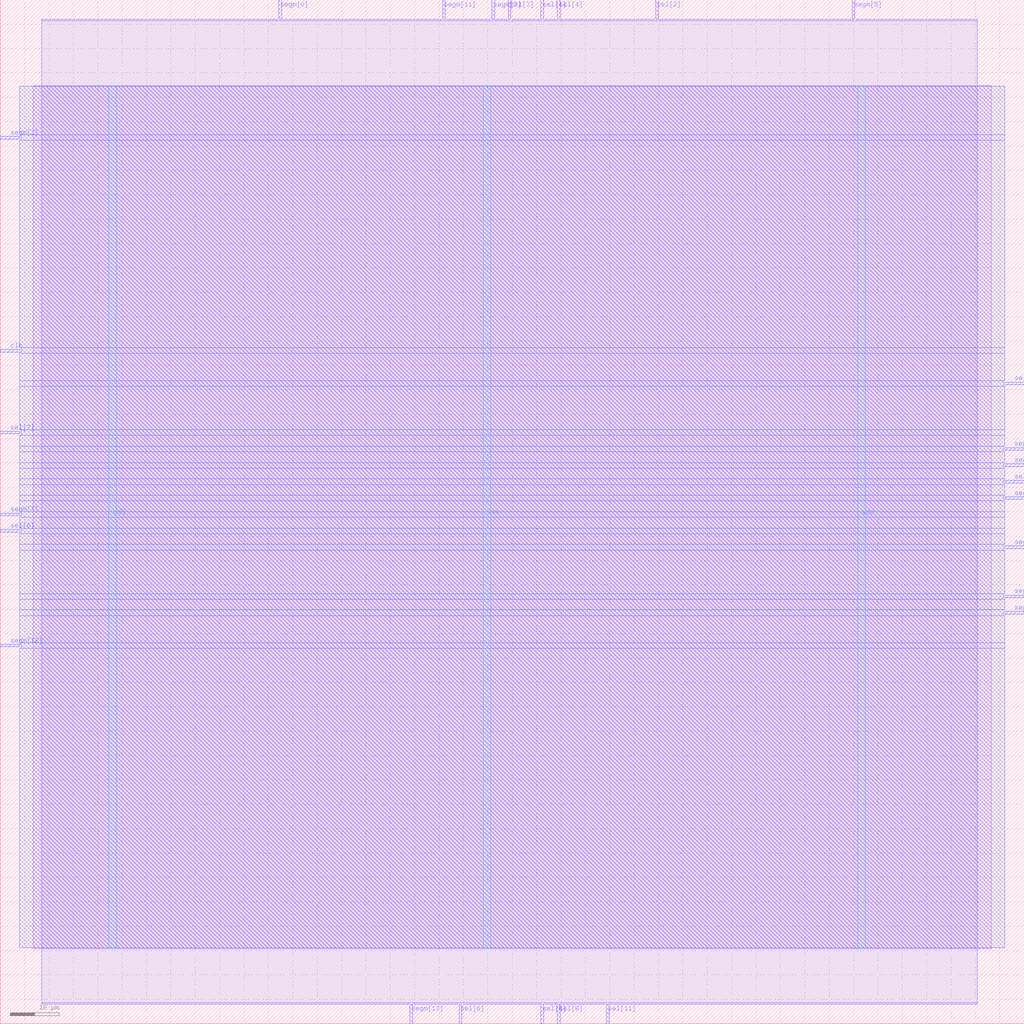
<source format=lef>
VERSION 5.7 ;
  NOWIREEXTENSIONATPIN ON ;
  DIVIDERCHAR "/" ;
  BUSBITCHARS "[]" ;
MACRO ita51
  CLASS BLOCK ;
  FOREIGN ita51 ;
  ORIGIN 0.000 0.000 ;
  SIZE 210.000 BY 210.000 ;
  PIN clk
    DIRECTION INPUT ;
    USE SIGNAL ;
    ANTENNAGATEAREA 4.738000 ;
    ANTENNADIFFAREA 0.410400 ;
    PORT
      LAYER Metal3 ;
        RECT 0.000 137.760 4.000 138.320 ;
    END
  END clk
  PIN segm[0]
    DIRECTION OUTPUT TRISTATE ;
    USE SIGNAL ;
    ANTENNADIFFAREA 0.360800 ;
    PORT
      LAYER Metal2 ;
        RECT 57.120 206.000 57.680 210.000 ;
    END
  END segm[0]
  PIN segm[10]
    DIRECTION OUTPUT TRISTATE ;
    USE SIGNAL ;
    ANTENNADIFFAREA 4.731200 ;
    PORT
      LAYER Metal3 ;
        RECT 206.000 97.440 210.000 98.000 ;
    END
  END segm[10]
  PIN segm[11]
    DIRECTION OUTPUT TRISTATE ;
    USE SIGNAL ;
    ANTENNADIFFAREA 4.731200 ;
    PORT
      LAYER Metal2 ;
        RECT 90.720 206.000 91.280 210.000 ;
    END
  END segm[11]
  PIN segm[12]
    DIRECTION OUTPUT TRISTATE ;
    USE SIGNAL ;
    ANTENNADIFFAREA 4.731200 ;
    PORT
      LAYER Metal3 ;
        RECT 0.000 77.280 4.000 77.840 ;
    END
  END segm[12]
  PIN segm[13]
    DIRECTION OUTPUT TRISTATE ;
    USE SIGNAL ;
    ANTENNADIFFAREA 4.731200 ;
    PORT
      LAYER Metal2 ;
        RECT 84.000 0.000 84.560 4.000 ;
    END
  END segm[13]
  PIN segm[1]
    DIRECTION OUTPUT TRISTATE ;
    USE SIGNAL ;
    ANTENNADIFFAREA 4.731200 ;
    PORT
      LAYER Metal3 ;
        RECT 206.000 114.240 210.000 114.800 ;
    END
  END segm[1]
  PIN segm[2]
    DIRECTION OUTPUT TRISTATE ;
    USE SIGNAL ;
    ANTENNADIFFAREA 4.731200 ;
    PORT
      LAYER Metal2 ;
        RECT 100.800 206.000 101.360 210.000 ;
    END
  END segm[2]
  PIN segm[3]
    DIRECTION OUTPUT TRISTATE ;
    USE SIGNAL ;
    ANTENNADIFFAREA 0.360800 ;
    PORT
      LAYER Metal3 ;
        RECT 0.000 181.440 4.000 182.000 ;
    END
  END segm[3]
  PIN segm[4]
    DIRECTION OUTPUT TRISTATE ;
    USE SIGNAL ;
    ANTENNADIFFAREA 4.731200 ;
    PORT
      LAYER Metal3 ;
        RECT 206.000 117.600 210.000 118.160 ;
    END
  END segm[4]
  PIN segm[5]
    DIRECTION OUTPUT TRISTATE ;
    USE SIGNAL ;
    ANTENNADIFFAREA 0.360800 ;
    PORT
      LAYER Metal2 ;
        RECT 174.720 206.000 175.280 210.000 ;
    END
  END segm[5]
  PIN segm[6]
    DIRECTION OUTPUT TRISTATE ;
    USE SIGNAL ;
    ANTENNADIFFAREA 4.731200 ;
    PORT
      LAYER Metal3 ;
        RECT 206.000 107.520 210.000 108.080 ;
    END
  END segm[6]
  PIN segm[7]
    DIRECTION OUTPUT TRISTATE ;
    USE SIGNAL ;
    ANTENNADIFFAREA 4.731200 ;
    PORT
      LAYER Metal3 ;
        RECT 0.000 104.160 4.000 104.720 ;
    END
  END segm[7]
  PIN segm[8]
    DIRECTION OUTPUT TRISTATE ;
    USE SIGNAL ;
    ANTENNADIFFAREA 4.731200 ;
    PORT
      LAYER Metal3 ;
        RECT 206.000 84.000 210.000 84.560 ;
    END
  END segm[8]
  PIN segm[9]
    DIRECTION OUTPUT TRISTATE ;
    USE SIGNAL ;
    ANTENNADIFFAREA 4.731200 ;
    PORT
      LAYER Metal3 ;
        RECT 206.000 87.360 210.000 87.920 ;
    END
  END segm[9]
  PIN sel[0]
    DIRECTION OUTPUT TRISTATE ;
    USE SIGNAL ;
    ANTENNADIFFAREA 4.731200 ;
    PORT
      LAYER Metal3 ;
        RECT 0.000 100.800 4.000 101.360 ;
    END
  END sel[0]
  PIN sel[10]
    DIRECTION OUTPUT TRISTATE ;
    USE SIGNAL ;
    ANTENNADIFFAREA 4.731200 ;
    PORT
      LAYER Metal3 ;
        RECT 206.000 110.880 210.000 111.440 ;
    END
  END sel[10]
  PIN sel[11]
    DIRECTION OUTPUT TRISTATE ;
    USE SIGNAL ;
    ANTENNADIFFAREA 4.731200 ;
    PORT
      LAYER Metal2 ;
        RECT 124.320 0.000 124.880 4.000 ;
    END
  END sel[11]
  PIN sel[1]
    DIRECTION OUTPUT TRISTATE ;
    USE SIGNAL ;
    ANTENNADIFFAREA 4.731200 ;
    PORT
      LAYER Metal2 ;
        RECT 110.880 206.000 111.440 210.000 ;
    END
  END sel[1]
  PIN sel[2]
    DIRECTION OUTPUT TRISTATE ;
    USE SIGNAL ;
    ANTENNADIFFAREA 4.731200 ;
    PORT
      LAYER Metal2 ;
        RECT 134.400 206.000 134.960 210.000 ;
    END
  END sel[2]
  PIN sel[3]
    DIRECTION OUTPUT TRISTATE ;
    USE SIGNAL ;
    ANTENNADIFFAREA 4.731200 ;
    PORT
      LAYER Metal2 ;
        RECT 104.160 206.000 104.720 210.000 ;
    END
  END sel[3]
  PIN sel[4]
    DIRECTION OUTPUT TRISTATE ;
    USE SIGNAL ;
    ANTENNADIFFAREA 4.731200 ;
    PORT
      LAYER Metal2 ;
        RECT 114.240 206.000 114.800 210.000 ;
    END
  END sel[4]
  PIN sel[5]
    DIRECTION OUTPUT TRISTATE ;
    USE SIGNAL ;
    ANTENNADIFFAREA 4.731200 ;
    PORT
      LAYER Metal2 ;
        RECT 110.880 0.000 111.440 4.000 ;
    END
  END sel[5]
  PIN sel[6]
    DIRECTION OUTPUT TRISTATE ;
    USE SIGNAL ;
    ANTENNADIFFAREA 4.731200 ;
    PORT
      LAYER Metal2 ;
        RECT 94.080 0.000 94.640 4.000 ;
    END
  END sel[6]
  PIN sel[7]
    DIRECTION OUTPUT TRISTATE ;
    USE SIGNAL ;
    ANTENNADIFFAREA 4.731200 ;
    PORT
      LAYER Metal3 ;
        RECT 0.000 120.960 4.000 121.520 ;
    END
  END sel[7]
  PIN sel[8]
    DIRECTION OUTPUT TRISTATE ;
    USE SIGNAL ;
    ANTENNADIFFAREA 4.731200 ;
    PORT
      LAYER Metal3 ;
        RECT 206.000 131.040 210.000 131.600 ;
    END
  END sel[8]
  PIN sel[9]
    DIRECTION OUTPUT TRISTATE ;
    USE SIGNAL ;
    ANTENNADIFFAREA 4.731200 ;
    PORT
      LAYER Metal2 ;
        RECT 114.240 0.000 114.800 4.000 ;
    END
  END sel[9]
  PIN vdd
    DIRECTION INOUT ;
    USE POWER ;
    PORT
      LAYER Metal4 ;
        RECT 22.240 15.380 23.840 192.380 ;
    END
    PORT
      LAYER Metal4 ;
        RECT 175.840 15.380 177.440 192.380 ;
    END
  END vdd
  PIN vss
    DIRECTION INOUT ;
    USE GROUND ;
    PORT
      LAYER Metal4 ;
        RECT 99.040 15.380 100.640 192.380 ;
    END
  END vss
  OBS
      LAYER Metal1 ;
        RECT 6.720 15.380 203.280 192.380 ;
      LAYER Metal2 ;
        RECT 8.540 205.700 56.820 206.000 ;
        RECT 57.980 205.700 90.420 206.000 ;
        RECT 91.580 205.700 100.500 206.000 ;
        RECT 101.660 205.700 103.860 206.000 ;
        RECT 105.020 205.700 110.580 206.000 ;
        RECT 111.740 205.700 113.940 206.000 ;
        RECT 115.100 205.700 134.100 206.000 ;
        RECT 135.260 205.700 174.420 206.000 ;
        RECT 175.580 205.700 200.340 206.000 ;
        RECT 8.540 4.300 200.340 205.700 ;
        RECT 8.540 4.000 83.700 4.300 ;
        RECT 84.860 4.000 93.780 4.300 ;
        RECT 94.940 4.000 110.580 4.300 ;
        RECT 111.740 4.000 113.940 4.300 ;
        RECT 115.100 4.000 124.020 4.300 ;
        RECT 125.180 4.000 200.340 4.300 ;
      LAYER Metal3 ;
        RECT 4.000 182.300 206.000 192.220 ;
        RECT 4.300 181.140 206.000 182.300 ;
        RECT 4.000 138.620 206.000 181.140 ;
        RECT 4.300 137.460 206.000 138.620 ;
        RECT 4.000 131.900 206.000 137.460 ;
        RECT 4.000 130.740 205.700 131.900 ;
        RECT 4.000 121.820 206.000 130.740 ;
        RECT 4.300 120.660 206.000 121.820 ;
        RECT 4.000 118.460 206.000 120.660 ;
        RECT 4.000 117.300 205.700 118.460 ;
        RECT 4.000 115.100 206.000 117.300 ;
        RECT 4.000 113.940 205.700 115.100 ;
        RECT 4.000 111.740 206.000 113.940 ;
        RECT 4.000 110.580 205.700 111.740 ;
        RECT 4.000 108.380 206.000 110.580 ;
        RECT 4.000 107.220 205.700 108.380 ;
        RECT 4.000 105.020 206.000 107.220 ;
        RECT 4.300 103.860 206.000 105.020 ;
        RECT 4.000 101.660 206.000 103.860 ;
        RECT 4.300 100.500 206.000 101.660 ;
        RECT 4.000 98.300 206.000 100.500 ;
        RECT 4.000 97.140 205.700 98.300 ;
        RECT 4.000 88.220 206.000 97.140 ;
        RECT 4.000 87.060 205.700 88.220 ;
        RECT 4.000 84.860 206.000 87.060 ;
        RECT 4.000 83.700 205.700 84.860 ;
        RECT 4.000 78.140 206.000 83.700 ;
        RECT 4.300 76.980 206.000 78.140 ;
        RECT 4.000 15.540 206.000 76.980 ;
  END
END ita51
END LIBRARY


</source>
